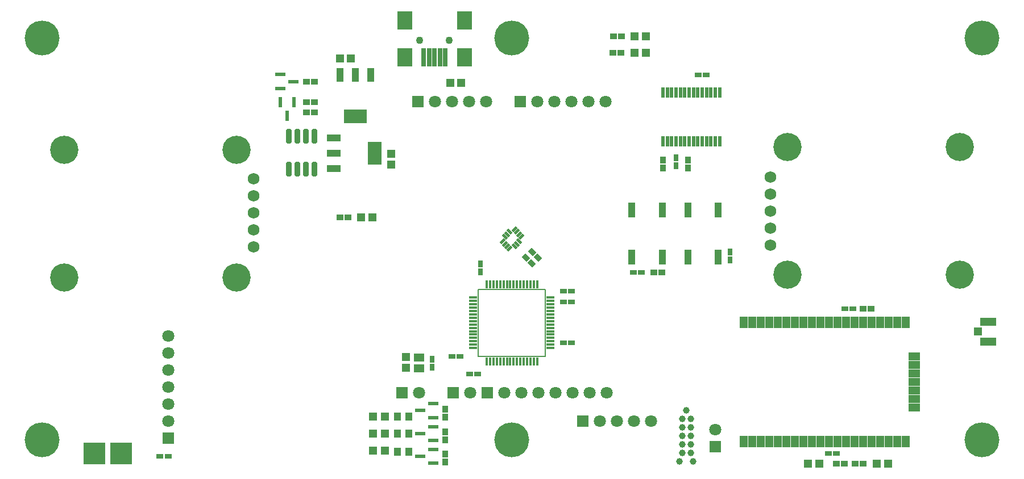
<source format=gts>
G04*
G04 #@! TF.GenerationSoftware,Altium Limited,Altium NEXUS,2.1.9 (83)*
G04*
G04 Layer_Color=8388736*
%FSLAX44Y44*%
%MOMM*%
G71*
G01*
G75*
%ADD11C,0.2000*%
%ADD17R,1.2000X0.3000*%
%ADD18R,0.3000X1.2000*%
%ADD27R,0.6100X1.6100*%
%ADD28R,1.6100X0.6100*%
%ADD47R,1.1032X1.2032*%
%ADD48R,1.0032X0.9032*%
%ADD49R,0.9032X1.0032*%
%ADD50R,1.5032X1.2032*%
%ADD51R,1.2032X1.2032*%
%ADD52R,1.0032X0.8032*%
%ADD53R,0.8032X1.0032*%
G04:AMPARAMS|DCode=54|XSize=2.1732mm|YSize=0.8032mm|CornerRadius=0.1766mm|HoleSize=0mm|Usage=FLASHONLY|Rotation=270.000|XOffset=0mm|YOffset=0mm|HoleType=Round|Shape=RoundedRectangle|*
%AMROUNDEDRECTD54*
21,1,2.1732,0.4500,0,0,270.0*
21,1,1.8200,0.8032,0,0,270.0*
1,1,0.3532,-0.2250,-0.9100*
1,1,0.3532,-0.2250,0.9100*
1,1,0.3532,0.2250,0.9100*
1,1,0.3532,0.2250,-0.9100*
%
%ADD54ROUNDEDRECTD54*%
%ADD55R,1.7272X1.2192*%
%ADD56R,1.2192X1.7272*%
%ADD57R,1.2532X1.2032*%
%ADD58R,2.4032X1.2532*%
%ADD59R,1.3032X1.2032*%
%ADD60R,1.0032X2.2032*%
%ADD61R,0.5512X1.6002*%
G04:AMPARAMS|DCode=62|XSize=0.8782mm|YSize=0.4532mm|CornerRadius=0mm|HoleSize=0mm|Usage=FLASHONLY|Rotation=45.000|XOffset=0mm|YOffset=0mm|HoleType=Round|Shape=Rectangle|*
%AMROTATEDRECTD62*
4,1,4,-0.1503,-0.4707,-0.4707,-0.1503,0.1503,0.4707,0.4707,0.1503,-0.1503,-0.4707,0.0*
%
%ADD62ROTATEDRECTD62*%

G04:AMPARAMS|DCode=63|XSize=0.8782mm|YSize=0.4532mm|CornerRadius=0mm|HoleSize=0mm|Usage=FLASHONLY|Rotation=135.000|XOffset=0mm|YOffset=0mm|HoleType=Round|Shape=Rectangle|*
%AMROTATEDRECTD63*
4,1,4,0.4707,-0.1503,0.1503,-0.4707,-0.4707,0.1503,-0.1503,0.4707,0.4707,-0.1503,0.0*
%
%ADD63ROTATEDRECTD63*%

%ADD64C,1.0032*%
G04:AMPARAMS|DCode=65|XSize=0.8032mm|YSize=1.0032mm|CornerRadius=0mm|HoleSize=0mm|Usage=FLASHONLY|Rotation=225.000|XOffset=0mm|YOffset=0mm|HoleType=Round|Shape=Rectangle|*
%AMROTATEDRECTD65*
4,1,4,-0.0707,0.6387,0.6387,-0.0707,0.0707,-0.6387,-0.6387,0.0707,-0.0707,0.6387,0.0*
%
%ADD65ROTATEDRECTD65*%

%ADD66R,1.2032X1.2032*%
%ADD67R,3.2032X3.2032*%
%ADD68R,2.0632X1.1032*%
%ADD69R,2.0632X3.3932*%
%ADD70R,1.1032X2.0632*%
%ADD71R,3.3932X2.0632*%
%ADD72R,0.7032X2.7032*%
%ADD73R,2.2032X2.7032*%
%ADD74C,1.8032*%
%ADD75R,1.8032X1.8032*%
%ADD76C,4.2032*%
%ADD77C,1.7272*%
%ADD78R,1.8032X1.8032*%
%ADD79C,1.0000*%
%ADD80C,5.2032*%
%ADD81C,1.1032*%
D11*
X700000Y175000D02*
X800000D01*
Y275000D01*
X700000D02*
X800000D01*
X700000Y175000D02*
Y275000D01*
D17*
X692500Y187500D02*
D03*
Y192500D02*
D03*
Y197500D02*
D03*
Y202500D02*
D03*
Y207500D02*
D03*
Y212500D02*
D03*
Y217500D02*
D03*
Y222500D02*
D03*
Y227500D02*
D03*
Y232500D02*
D03*
Y237500D02*
D03*
Y242500D02*
D03*
Y247500D02*
D03*
Y252500D02*
D03*
Y257500D02*
D03*
Y262500D02*
D03*
X807500D02*
D03*
Y257500D02*
D03*
Y252500D02*
D03*
Y247500D02*
D03*
Y242500D02*
D03*
Y237500D02*
D03*
Y232500D02*
D03*
Y227500D02*
D03*
Y222500D02*
D03*
Y217500D02*
D03*
Y212500D02*
D03*
Y207500D02*
D03*
Y202500D02*
D03*
Y197500D02*
D03*
Y192500D02*
D03*
Y187500D02*
D03*
D18*
X712500Y282500D02*
D03*
X717500D02*
D03*
X722500D02*
D03*
X727500D02*
D03*
X732500D02*
D03*
X737500D02*
D03*
X742500D02*
D03*
X747500D02*
D03*
X752500D02*
D03*
X757500D02*
D03*
X762500D02*
D03*
X767500D02*
D03*
X772500D02*
D03*
X777500D02*
D03*
X782500D02*
D03*
X787500D02*
D03*
Y167500D02*
D03*
X782500D02*
D03*
X777500D02*
D03*
X772500D02*
D03*
X767500D02*
D03*
X762500D02*
D03*
X757500D02*
D03*
X752500D02*
D03*
X747500D02*
D03*
X742500D02*
D03*
X737500D02*
D03*
X732500D02*
D03*
X727500D02*
D03*
X722500D02*
D03*
X717500D02*
D03*
X712500D02*
D03*
D27*
X425250Y553950D02*
D03*
X404750D02*
D03*
X415000Y534050D02*
D03*
D28*
X405050Y595250D02*
D03*
Y574750D02*
D03*
X424950Y585000D02*
D03*
X632950Y83750D02*
D03*
Y104250D02*
D03*
X613050Y94000D02*
D03*
X632950Y49750D02*
D03*
Y70250D02*
D03*
X613050Y60000D02*
D03*
X632950Y15750D02*
D03*
Y36250D02*
D03*
X613050Y26000D02*
D03*
D47*
X596500Y85000D02*
D03*
X579500D02*
D03*
Y60000D02*
D03*
X596500D02*
D03*
Y33000D02*
D03*
X579500D02*
D03*
D48*
X1233000Y15000D02*
D03*
X1245000D02*
D03*
X1273000Y15000D02*
D03*
X1261000D02*
D03*
X901000Y652000D02*
D03*
X913000D02*
D03*
X900000Y628000D02*
D03*
X912000D02*
D03*
X444000Y539000D02*
D03*
X456000D02*
D03*
X444000Y554000D02*
D03*
X456000D02*
D03*
X444000Y585000D02*
D03*
X456000D02*
D03*
X1273000Y246000D02*
D03*
X1285000D02*
D03*
X973000Y300000D02*
D03*
X961000D02*
D03*
X506000Y382000D02*
D03*
X494000D02*
D03*
D49*
X975000Y468000D02*
D03*
Y456000D02*
D03*
X1012000Y468000D02*
D03*
Y456000D02*
D03*
X651000Y96000D02*
D03*
Y84000D02*
D03*
Y62000D02*
D03*
Y50000D02*
D03*
Y29000D02*
D03*
Y17000D02*
D03*
D50*
X612000Y157000D02*
D03*
Y173000D02*
D03*
D51*
X658000Y583000D02*
D03*
X674000D02*
D03*
X494000Y619000D02*
D03*
X510000D02*
D03*
D52*
X1246000Y246000D02*
D03*
X1258000D02*
D03*
X1221000Y30000D02*
D03*
X1233000D02*
D03*
X1039000Y595000D02*
D03*
X1027000D02*
D03*
X238000Y26000D02*
D03*
X226000D02*
D03*
X827000Y256000D02*
D03*
X839000D02*
D03*
X931000Y300000D02*
D03*
X943000D02*
D03*
X661000Y175000D02*
D03*
X673000D02*
D03*
X839000Y272000D02*
D03*
X827000D02*
D03*
X839000Y195000D02*
D03*
X827000D02*
D03*
X687000Y149000D02*
D03*
X699000D02*
D03*
D53*
X994000Y459000D02*
D03*
Y471000D02*
D03*
X1075000Y331000D02*
D03*
Y319000D02*
D03*
X631000Y159000D02*
D03*
Y171000D02*
D03*
X703000Y313000D02*
D03*
Y301000D02*
D03*
D54*
X456050Y503750D02*
D03*
X443350D02*
D03*
X430650D02*
D03*
X417950D02*
D03*
Y454250D02*
D03*
X430650D02*
D03*
X443350D02*
D03*
X456050D02*
D03*
D55*
X1349350Y98900D02*
D03*
Y111600D02*
D03*
Y124300D02*
D03*
Y137000D02*
D03*
Y149700D02*
D03*
Y162400D02*
D03*
Y175100D02*
D03*
D56*
X1336650Y225900D02*
D03*
X1323950D02*
D03*
X1311250D02*
D03*
X1298550D02*
D03*
X1285850D02*
D03*
X1273150D02*
D03*
X1260450D02*
D03*
X1247750D02*
D03*
X1235050D02*
D03*
X1222350D02*
D03*
X1209650D02*
D03*
X1196950D02*
D03*
X1184250D02*
D03*
X1171550D02*
D03*
X1158850D02*
D03*
X1146150D02*
D03*
X1133450D02*
D03*
X1120750D02*
D03*
X1108050D02*
D03*
X1095350D02*
D03*
Y48100D02*
D03*
X1108050D02*
D03*
X1120750D02*
D03*
X1133450D02*
D03*
X1146150D02*
D03*
X1158850D02*
D03*
X1171550D02*
D03*
X1184250D02*
D03*
X1196950D02*
D03*
X1209650D02*
D03*
X1222350D02*
D03*
X1235050D02*
D03*
X1247750D02*
D03*
X1260450D02*
D03*
X1273150D02*
D03*
X1285850D02*
D03*
X1298550D02*
D03*
X1311250D02*
D03*
X1323950D02*
D03*
X1336650D02*
D03*
D57*
X1444000Y212000D02*
D03*
D58*
X1459000Y197250D02*
D03*
Y226750D02*
D03*
D59*
X543500Y85000D02*
D03*
X560500D02*
D03*
X543500Y60000D02*
D03*
X560500D02*
D03*
X543500Y34000D02*
D03*
X560500D02*
D03*
X932500Y652000D02*
D03*
X949500D02*
D03*
X932500Y628000D02*
D03*
X949500D02*
D03*
X1207500Y15000D02*
D03*
X1190500D02*
D03*
X1293500D02*
D03*
X1310500D02*
D03*
X525000Y382000D02*
D03*
X542000D02*
D03*
D60*
X1057347Y392946D02*
D03*
X1012347D02*
D03*
Y322946D02*
D03*
X1057347D02*
D03*
X928648Y323052D02*
D03*
X973648D02*
D03*
Y393052D02*
D03*
X928648D02*
D03*
D61*
X974750Y568560D02*
D03*
X981250D02*
D03*
X987750D02*
D03*
X994250D02*
D03*
X1000750D02*
D03*
X1007250D02*
D03*
X1013750D02*
D03*
X1026750D02*
D03*
X1020250D02*
D03*
X1033250D02*
D03*
X1039750D02*
D03*
X1046250D02*
D03*
X1052750D02*
D03*
X1059250D02*
D03*
X974750Y495440D02*
D03*
X981250D02*
D03*
X987750D02*
D03*
X994250D02*
D03*
X1000750D02*
D03*
X1007250D02*
D03*
X1013750D02*
D03*
X1020250D02*
D03*
X1026750D02*
D03*
X1033250D02*
D03*
X1039750D02*
D03*
X1046250D02*
D03*
X1052750D02*
D03*
X1059250D02*
D03*
D62*
X739305Y342841D02*
D03*
X735770Y346376D02*
D03*
X742841Y339305D02*
D03*
X746376Y335770D02*
D03*
X753624Y364230D02*
D03*
X757159Y360695D02*
D03*
X760695Y357160D02*
D03*
X764230Y353624D02*
D03*
D63*
X739305D02*
D03*
X742841Y357160D02*
D03*
X746376Y360695D02*
D03*
X753624Y339305D02*
D03*
X757159Y342841D02*
D03*
X760695Y346376D02*
D03*
D64*
X1003300Y82100D02*
D03*
Y69400D02*
D03*
Y56700D02*
D03*
Y44000D02*
D03*
Y31300D02*
D03*
X1016000D02*
D03*
Y44000D02*
D03*
Y56700D02*
D03*
Y69400D02*
D03*
Y82100D02*
D03*
D65*
X788485Y322515D02*
D03*
X780000Y331000D02*
D03*
X779243Y313757D02*
D03*
X770757Y322243D02*
D03*
D66*
X592000Y158000D02*
D03*
Y174000D02*
D03*
X570000Y477000D02*
D03*
Y461000D02*
D03*
D67*
X168000Y30000D02*
D03*
X128000D02*
D03*
D68*
X484250Y501000D02*
D03*
Y478000D02*
D03*
Y455000D02*
D03*
D69*
X545750Y478000D02*
D03*
D70*
X540000Y594750D02*
D03*
X517000D02*
D03*
X494000D02*
D03*
D71*
X517000Y533250D02*
D03*
D72*
X650798Y621300D02*
D03*
X642797D02*
D03*
X634798D02*
D03*
X626797D02*
D03*
X618797D02*
D03*
D73*
X679398D02*
D03*
X590197D02*
D03*
X679398Y676100D02*
D03*
X590197D02*
D03*
D74*
X956800Y78000D02*
D03*
X931400D02*
D03*
X906000D02*
D03*
X880600D02*
D03*
X889730Y555340D02*
D03*
X864330D02*
D03*
X838930D02*
D03*
X813530D02*
D03*
X788130D02*
D03*
X711930Y555000D02*
D03*
X686530D02*
D03*
X661130D02*
D03*
X635730D02*
D03*
X611600Y121000D02*
D03*
X738600D02*
D03*
X764000D02*
D03*
X789400D02*
D03*
X814800D02*
D03*
X840200D02*
D03*
X865600D02*
D03*
X891000D02*
D03*
X687802Y120998D02*
D03*
X238000Y78200D02*
D03*
Y103600D02*
D03*
Y129000D02*
D03*
Y154400D02*
D03*
Y179800D02*
D03*
Y205200D02*
D03*
X1053000Y65400D02*
D03*
D75*
X855200Y78000D02*
D03*
X762730Y555340D02*
D03*
X610330Y555000D02*
D03*
X586200Y121000D02*
D03*
X713200D02*
D03*
X662400D02*
D03*
D76*
X1416926Y297080D02*
D03*
Y487080D02*
D03*
X1159926D02*
D03*
Y297080D02*
D03*
X83074Y482920D02*
D03*
Y292920D02*
D03*
X340074D02*
D03*
Y482920D02*
D03*
D77*
X1134926Y340480D02*
D03*
Y365880D02*
D03*
Y391280D02*
D03*
Y416680D02*
D03*
Y442080D02*
D03*
X365074Y439520D02*
D03*
Y414120D02*
D03*
Y388720D02*
D03*
Y363320D02*
D03*
Y337920D02*
D03*
D78*
X238000Y52800D02*
D03*
X1053000Y40000D02*
D03*
D79*
X1019800Y18600D02*
D03*
X1009650Y94800D02*
D03*
X999500Y18600D02*
D03*
D80*
X750000Y650000D02*
D03*
Y50000D02*
D03*
X1450000Y650000D02*
D03*
Y50000D02*
D03*
X50000D02*
D03*
Y650000D02*
D03*
D81*
X656797Y646400D02*
D03*
X612798D02*
D03*
M02*

</source>
